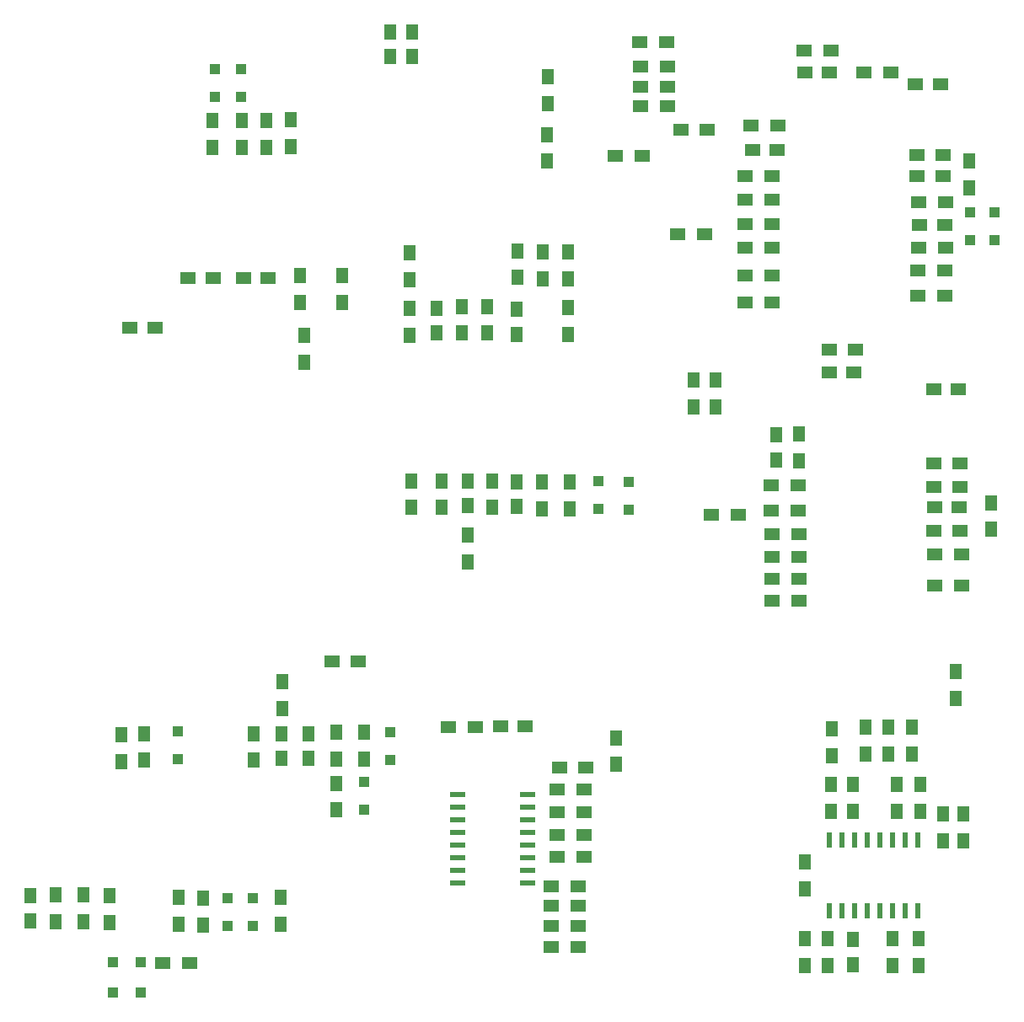
<source format=gtp>
G04 #@! TF.GenerationSoftware,KiCad,Pcbnew,(5.0.0)*
G04 #@! TF.CreationDate,2018-10-21T00:29:04+08:00*
G04 #@! TF.ProjectId,SLMMK1,534C4D4D4B312E6B696361645F706362,rev?*
G04 #@! TF.SameCoordinates,Original*
G04 #@! TF.FileFunction,Paste,Top*
G04 #@! TF.FilePolarity,Positive*
%FSLAX46Y46*%
G04 Gerber Fmt 4.6, Leading zero omitted, Abs format (unit mm)*
G04 Created by KiCad (PCBNEW (5.0.0)) date 10/21/18 00:29:04*
%MOMM*%
%LPD*%
G01*
G04 APERTURE LIST*
%ADD10R,1.500000X1.300000*%
%ADD11R,1.250000X1.500000*%
%ADD12R,1.500000X1.250000*%
%ADD13R,1.100000X1.100000*%
%ADD14R,1.300000X1.500000*%
%ADD15R,1.500000X0.600000*%
%ADD16R,0.600000X1.500000*%
G04 APERTURE END LIST*
D10*
G04 #@! TO.C,R75*
X127600000Y-79800000D03*
X130300000Y-79800000D03*
G04 #@! TD*
D11*
G04 #@! TO.C,C1*
X62100000Y-104600000D03*
X62100000Y-107100000D03*
G04 #@! TD*
G04 #@! TO.C,C2*
X64800000Y-107100000D03*
X64800000Y-104600000D03*
G04 #@! TD*
G04 #@! TO.C,C3*
X36900000Y-120900000D03*
X36900000Y-123400000D03*
G04 #@! TD*
G04 #@! TO.C,C4*
X111800000Y-77100000D03*
X111800000Y-74600000D03*
G04 #@! TD*
G04 #@! TO.C,C5*
X119500000Y-125300000D03*
X119500000Y-127800000D03*
G04 #@! TD*
D12*
G04 #@! TO.C,C6*
X117100000Y-68300000D03*
X119600000Y-68300000D03*
G04 #@! TD*
G04 #@! TO.C,C7*
X114650000Y-38200000D03*
X117150000Y-38200000D03*
G04 #@! TD*
G04 #@! TO.C,C8*
X130100000Y-70000000D03*
X127600000Y-70000000D03*
G04 #@! TD*
G04 #@! TO.C,C9*
X128300000Y-39400000D03*
X125800000Y-39400000D03*
G04 #@! TD*
G04 #@! TO.C,C10*
X127700000Y-81900000D03*
X130200000Y-81900000D03*
G04 #@! TD*
G04 #@! TO.C,C11*
X109400000Y-46000000D03*
X111900000Y-46000000D03*
G04 #@! TD*
G04 #@! TO.C,C12*
X126200000Y-53500000D03*
X128700000Y-53500000D03*
G04 #@! TD*
D11*
G04 #@! TO.C,C13*
X85700000Y-79300000D03*
X85700000Y-81800000D03*
G04 #@! TD*
G04 #@! TO.C,C14*
X80800000Y-79200000D03*
X80800000Y-81700000D03*
G04 #@! TD*
G04 #@! TO.C,C15*
X85700000Y-62000000D03*
X85700000Y-64500000D03*
G04 #@! TD*
G04 #@! TO.C,C17*
X77716000Y-64376000D03*
X77716000Y-61876000D03*
G04 #@! TD*
D12*
G04 #@! TO.C,C19*
X49400000Y-63800000D03*
X46900000Y-63800000D03*
G04 #@! TD*
G04 #@! TO.C,C20*
X55240000Y-58856000D03*
X52740000Y-58856000D03*
G04 #@! TD*
G04 #@! TO.C,C21*
X58288000Y-58856000D03*
X60788000Y-58856000D03*
G04 #@! TD*
G04 #@! TO.C,C22*
X84100000Y-103900000D03*
X86600000Y-103900000D03*
G04 #@! TD*
D11*
G04 #@! TO.C,C23*
X73000000Y-36600000D03*
X73000000Y-34100000D03*
G04 #@! TD*
G04 #@! TO.C,C24*
X75200000Y-36600000D03*
X75200000Y-34100000D03*
G04 #@! TD*
D13*
G04 #@! TO.C,D1*
X56700000Y-121150000D03*
X56700000Y-123950000D03*
G04 #@! TD*
G04 #@! TO.C,D2*
X59250000Y-121150000D03*
X59250000Y-123950000D03*
G04 #@! TD*
G04 #@! TO.C,D3*
X45200000Y-130600000D03*
X48000000Y-130600000D03*
G04 #@! TD*
G04 #@! TO.C,D4*
X48000000Y-127600000D03*
X45200000Y-127600000D03*
G04 #@! TD*
G04 #@! TO.C,D5*
X51700000Y-104400000D03*
X51700000Y-107200000D03*
G04 #@! TD*
G04 #@! TO.C,D7*
X73000000Y-104500000D03*
X73000000Y-107300000D03*
G04 #@! TD*
G04 #@! TO.C,D8*
X70400000Y-109500000D03*
X70400000Y-112300000D03*
G04 #@! TD*
G04 #@! TO.C,D9*
X97000000Y-79300000D03*
X97000000Y-82100000D03*
G04 #@! TD*
G04 #@! TO.C,D10*
X93942722Y-79265937D03*
X93942722Y-82065937D03*
G04 #@! TD*
G04 #@! TO.C,D11*
X133700000Y-52200000D03*
X133700000Y-55000000D03*
G04 #@! TD*
G04 #@! TO.C,D12*
X131300000Y-52200000D03*
X131300000Y-55000000D03*
G04 #@! TD*
G04 #@! TO.C,D14*
X58000000Y-40600000D03*
X58000000Y-37800000D03*
G04 #@! TD*
G04 #@! TO.C,D15*
X55400000Y-40600000D03*
X55400000Y-37800000D03*
G04 #@! TD*
D14*
G04 #@! TO.C,R1*
X67600000Y-104500000D03*
X67600000Y-107200000D03*
G04 #@! TD*
D10*
G04 #@! TO.C,R2*
X69850000Y-97400000D03*
X67150000Y-97400000D03*
G04 #@! TD*
D14*
G04 #@! TO.C,R3*
X67600000Y-109600000D03*
X67600000Y-112300000D03*
G04 #@! TD*
G04 #@! TO.C,R4*
X62200000Y-99400000D03*
X62200000Y-102100000D03*
G04 #@! TD*
G04 #@! TO.C,R5*
X51800000Y-121050000D03*
X51800000Y-123750000D03*
G04 #@! TD*
D10*
G04 #@! TO.C,R6*
X52900000Y-127700000D03*
X50200000Y-127700000D03*
G04 #@! TD*
D14*
G04 #@! TO.C,R7*
X42200000Y-120800000D03*
X42200000Y-123500000D03*
G04 #@! TD*
G04 #@! TO.C,R8*
X54200000Y-121150000D03*
X54200000Y-123850000D03*
G04 #@! TD*
G04 #@! TO.C,R9*
X62000000Y-121050000D03*
X62000000Y-123750000D03*
G04 #@! TD*
G04 #@! TO.C,R10*
X80800000Y-84700000D03*
X80800000Y-87400000D03*
G04 #@! TD*
G04 #@! TO.C,R11*
X75100000Y-79200000D03*
X75100000Y-81900000D03*
G04 #@! TD*
G04 #@! TO.C,R12*
X39400000Y-123500000D03*
X39400000Y-120800000D03*
G04 #@! TD*
G04 #@! TO.C,R13*
X59300000Y-104600000D03*
X59300000Y-107300000D03*
G04 #@! TD*
G04 #@! TO.C,R14*
X44800000Y-123600000D03*
X44800000Y-120900000D03*
G04 #@! TD*
D10*
G04 #@! TO.C,R15*
X127700000Y-89710000D03*
X130400000Y-89710000D03*
G04 #@! TD*
G04 #@! TO.C,R16*
X89210371Y-123923797D03*
X91910371Y-123923797D03*
G04 #@! TD*
G04 #@! TO.C,R17*
X89210371Y-126023797D03*
X91910371Y-126023797D03*
G04 #@! TD*
G04 #@! TO.C,R18*
X89210371Y-119923797D03*
X91910371Y-119923797D03*
G04 #@! TD*
G04 #@! TO.C,R19*
X126000000Y-60600000D03*
X128700000Y-60600000D03*
G04 #@! TD*
G04 #@! TO.C,R20*
X89210371Y-121923797D03*
X91910371Y-121923797D03*
G04 #@! TD*
G04 #@! TO.C,R21*
X89810371Y-114823797D03*
X92510371Y-114823797D03*
G04 #@! TD*
G04 #@! TO.C,R22*
X92510371Y-117023797D03*
X89810371Y-117023797D03*
G04 #@! TD*
G04 #@! TO.C,R23*
X78909695Y-103972987D03*
X81609695Y-103972987D03*
G04 #@! TD*
G04 #@! TO.C,R24*
X92500000Y-110223797D03*
X89800000Y-110223797D03*
G04 #@! TD*
G04 #@! TO.C,R25*
X89800000Y-112523797D03*
X92500000Y-112523797D03*
G04 #@! TD*
G04 #@! TO.C,R26*
X92710371Y-108023797D03*
X90010371Y-108023797D03*
G04 #@! TD*
D14*
G04 #@! TO.C,R27*
X64400000Y-67300000D03*
X64400000Y-64600000D03*
G04 #@! TD*
G04 #@! TO.C,R28*
X126100000Y-125200000D03*
X126100000Y-127900000D03*
G04 #@! TD*
G04 #@! TO.C,R29*
X64000000Y-61300000D03*
X64000000Y-58600000D03*
G04 #@! TD*
G04 #@! TO.C,R30*
X120800000Y-106700000D03*
X120800000Y-104000000D03*
G04 #@! TD*
G04 #@! TO.C,R31*
X128600000Y-112650000D03*
X128600000Y-115350000D03*
G04 #@! TD*
G04 #@! TO.C,R32*
X130600000Y-112650000D03*
X130600000Y-115350000D03*
G04 #@! TD*
G04 #@! TO.C,R33*
X123100000Y-106700000D03*
X123100000Y-104000000D03*
G04 #@! TD*
G04 #@! TO.C,R34*
X123950000Y-109700000D03*
X123950000Y-112400000D03*
G04 #@! TD*
G04 #@! TO.C,R35*
X123500000Y-127900000D03*
X123500000Y-125200000D03*
G04 #@! TD*
G04 #@! TO.C,R36*
X126300000Y-112400000D03*
X126300000Y-109700000D03*
G04 #@! TD*
G04 #@! TO.C,R37*
X55200000Y-43000000D03*
X55200000Y-45700000D03*
G04 #@! TD*
G04 #@! TO.C,R38*
X58100000Y-43000000D03*
X58100000Y-45700000D03*
G04 #@! TD*
G04 #@! TO.C,R39*
X125400000Y-106700000D03*
X125400000Y-104000000D03*
G04 #@! TD*
G04 #@! TO.C,R40*
X114700000Y-120200000D03*
X114700000Y-117500000D03*
G04 #@! TD*
G04 #@! TO.C,R41*
X129800000Y-98400000D03*
X129800000Y-101100000D03*
G04 #@! TD*
G04 #@! TO.C,R42*
X117300000Y-109700000D03*
X117300000Y-112400000D03*
G04 #@! TD*
G04 #@! TO.C,R43*
X60600000Y-43000000D03*
X60600000Y-45700000D03*
G04 #@! TD*
G04 #@! TO.C,R44*
X88900000Y-41300000D03*
X88900000Y-38600000D03*
G04 #@! TD*
G04 #@! TO.C,R45*
X114700000Y-125200000D03*
X114700000Y-127900000D03*
G04 #@! TD*
G04 #@! TO.C,R46*
X119500000Y-112450000D03*
X119500000Y-109750000D03*
G04 #@! TD*
G04 #@! TO.C,R47*
X117400000Y-106800000D03*
X117400000Y-104100000D03*
G04 #@! TD*
G04 #@! TO.C,R48*
X88800000Y-47100000D03*
X88800000Y-44400000D03*
G04 #@! TD*
G04 #@! TO.C,R49*
X117000000Y-125200000D03*
X117000000Y-127900000D03*
G04 #@! TD*
G04 #@! TO.C,R50*
X103540000Y-69120000D03*
X103540000Y-71820000D03*
G04 #@! TD*
G04 #@! TO.C,R51*
X68200000Y-61300000D03*
X68200000Y-58600000D03*
G04 #@! TD*
D10*
G04 #@! TO.C,R52*
X95600000Y-46600000D03*
X98300000Y-46600000D03*
G04 #@! TD*
D14*
G04 #@! TO.C,R53*
X63000000Y-42900000D03*
X63000000Y-45600000D03*
G04 #@! TD*
D10*
G04 #@! TO.C,R54*
X114000000Y-82200000D03*
X111300000Y-82200000D03*
G04 #@! TD*
D14*
G04 #@! TO.C,R56*
X114100000Y-77200000D03*
X114100000Y-74500000D03*
G04 #@! TD*
D10*
G04 #@! TO.C,R57*
X111400000Y-51000000D03*
X108700000Y-51000000D03*
G04 #@! TD*
G04 #@! TO.C,R59*
X109300000Y-43500000D03*
X112000000Y-43500000D03*
G04 #@! TD*
G04 #@! TO.C,R60*
X114070000Y-89080000D03*
X111370000Y-89080000D03*
G04 #@! TD*
G04 #@! TO.C,R61*
X111400000Y-55800000D03*
X108700000Y-55800000D03*
G04 #@! TD*
G04 #@! TO.C,R62*
X111370000Y-91280000D03*
X114070000Y-91280000D03*
G04 #@! TD*
G04 #@! TO.C,R63*
X108700000Y-61300000D03*
X111400000Y-61300000D03*
G04 #@! TD*
G04 #@! TO.C,R64*
X117100000Y-66000000D03*
X119800000Y-66000000D03*
G04 #@! TD*
G04 #@! TO.C,R65*
X114600000Y-36000000D03*
X117300000Y-36000000D03*
G04 #@! TD*
G04 #@! TO.C,R66*
X130300000Y-84200000D03*
X127600000Y-84200000D03*
G04 #@! TD*
G04 #@! TO.C,R67*
X126100000Y-55800000D03*
X128800000Y-55800000D03*
G04 #@! TD*
D14*
G04 #@! TO.C,R68*
X133400000Y-81400000D03*
X133400000Y-84100000D03*
G04 #@! TD*
D10*
G04 #@! TO.C,R69*
X128700000Y-58100000D03*
X126000000Y-58100000D03*
G04 #@! TD*
G04 #@! TO.C,R70*
X127700000Y-86600000D03*
X130400000Y-86600000D03*
G04 #@! TD*
D14*
G04 #@! TO.C,R72*
X131200000Y-47100000D03*
X131200000Y-49800000D03*
G04 #@! TD*
D10*
G04 #@! TO.C,R73*
X130300000Y-77500000D03*
X127600000Y-77500000D03*
G04 #@! TD*
G04 #@! TO.C,R74*
X128800000Y-51200000D03*
X126100000Y-51200000D03*
G04 #@! TD*
G04 #@! TO.C,R76*
X125900000Y-46500000D03*
X128600000Y-46500000D03*
G04 #@! TD*
G04 #@! TO.C,R77*
X114060000Y-84560000D03*
X111360000Y-84560000D03*
G04 #@! TD*
G04 #@! TO.C,R78*
X111400000Y-53400000D03*
X108700000Y-53400000D03*
G04 #@! TD*
G04 #@! TO.C,R79*
X123300000Y-38200000D03*
X120600000Y-38200000D03*
G04 #@! TD*
D14*
G04 #@! TO.C,R80*
X46000000Y-107400000D03*
X46000000Y-104700000D03*
G04 #@! TD*
G04 #@! TO.C,R81*
X48300000Y-104600000D03*
X48300000Y-107300000D03*
G04 #@! TD*
D10*
G04 #@! TO.C,R82*
X114070000Y-86880000D03*
X111370000Y-86880000D03*
G04 #@! TD*
G04 #@! TO.C,R83*
X111400000Y-58600000D03*
X108700000Y-58600000D03*
G04 #@! TD*
G04 #@! TO.C,R84*
X98100000Y-35100000D03*
X100800000Y-35100000D03*
G04 #@! TD*
G04 #@! TO.C,R86*
X100900000Y-37600000D03*
X98200000Y-37600000D03*
G04 #@! TD*
G04 #@! TO.C,R87*
X98200000Y-39600000D03*
X100900000Y-39600000D03*
G04 #@! TD*
D14*
G04 #@! TO.C,R88*
X78200000Y-79200000D03*
X78200000Y-81900000D03*
G04 #@! TD*
G04 #@! TO.C,R89*
X91042722Y-79300000D03*
X91042722Y-82000000D03*
G04 #@! TD*
G04 #@! TO.C,R91*
X83300000Y-79200000D03*
X83300000Y-81900000D03*
G04 #@! TD*
G04 #@! TO.C,R93*
X88300000Y-79300000D03*
X88300000Y-82000000D03*
G04 #@! TD*
G04 #@! TO.C,R94*
X95710371Y-107723797D03*
X95710371Y-105023797D03*
G04 #@! TD*
G04 #@! TO.C,R95*
X82796000Y-64376000D03*
X82796000Y-61676000D03*
G04 #@! TD*
G04 #@! TO.C,R96*
X85844000Y-56088000D03*
X85844000Y-58788000D03*
G04 #@! TD*
G04 #@! TO.C,R97*
X88384000Y-58948000D03*
X88384000Y-56248000D03*
G04 #@! TD*
G04 #@! TO.C,R98*
X90924000Y-58948000D03*
X90924000Y-56248000D03*
G04 #@! TD*
G04 #@! TO.C,R99*
X80256000Y-64376000D03*
X80256000Y-61676000D03*
G04 #@! TD*
G04 #@! TO.C,R100*
X90924000Y-64536000D03*
X90924000Y-61836000D03*
G04 #@! TD*
G04 #@! TO.C,R101*
X74969591Y-64607715D03*
X74969591Y-61907715D03*
G04 #@! TD*
G04 #@! TO.C,R102*
X74969591Y-59019715D03*
X74969591Y-56319715D03*
G04 #@! TD*
D10*
G04 #@! TO.C,R104*
X100900000Y-41600000D03*
X98200000Y-41600000D03*
G04 #@! TD*
D14*
G04 #@! TO.C,R199*
X70400000Y-107200000D03*
X70400000Y-104500000D03*
G04 #@! TD*
D10*
G04 #@! TO.C,R201*
X108000000Y-82600000D03*
X105300000Y-82600000D03*
G04 #@! TD*
D14*
G04 #@! TO.C,R203*
X105690000Y-69110000D03*
X105690000Y-71810000D03*
G04 #@! TD*
D10*
G04 #@! TO.C,R204*
X104600000Y-54400000D03*
X101900000Y-54400000D03*
G04 #@! TD*
G04 #@! TO.C,R206*
X102200000Y-43900000D03*
X104900000Y-43900000D03*
G04 #@! TD*
G04 #@! TO.C,R207*
X113970000Y-79670000D03*
X111270000Y-79670000D03*
G04 #@! TD*
G04 #@! TO.C,R208*
X111400000Y-48600000D03*
X108700000Y-48600000D03*
G04 #@! TD*
G04 #@! TO.C,R225*
X128600000Y-48600000D03*
X125900000Y-48600000D03*
G04 #@! TD*
D15*
G04 #@! TO.C,U3*
X86863370Y-119623796D03*
X86863370Y-118353796D03*
X86863370Y-117083796D03*
X86863370Y-115813796D03*
X86863370Y-114543796D03*
X86863370Y-113273796D03*
X86863370Y-112003796D03*
X86863370Y-110733796D03*
X79763370Y-110733796D03*
X79763370Y-112003796D03*
X79763370Y-113273796D03*
X79763370Y-114543796D03*
X79763370Y-115813796D03*
X79763370Y-117083796D03*
X79763370Y-118353796D03*
X79763370Y-119623796D03*
G04 #@! TD*
D16*
G04 #@! TO.C,U4*
X126059999Y-115337001D03*
X124789999Y-115337001D03*
X123519999Y-115337001D03*
X122249999Y-115337001D03*
X120979999Y-115337001D03*
X119709999Y-115337001D03*
X118439999Y-115337001D03*
X117169999Y-115337001D03*
X117169999Y-122437001D03*
X118439999Y-122437001D03*
X119709999Y-122437001D03*
X120979999Y-122437001D03*
X122249999Y-122437001D03*
X123519999Y-122437001D03*
X124789999Y-122437001D03*
X126059999Y-122437001D03*
G04 #@! TD*
M02*

</source>
